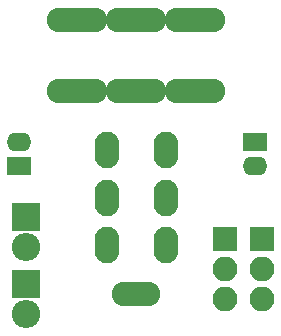
<source format=gbs>
G04 #@! TF.FileFunction,Soldermask,Bot*
%FSLAX46Y46*%
G04 Gerber Fmt 4.6, Leading zero omitted, Abs format (unit mm)*
G04 Created by KiCad (PCBNEW 4.0.7) date 05/01/18 07:07:43*
%MOMM*%
%LPD*%
G01*
G04 APERTURE LIST*
%ADD10C,0.100000*%
%ADD11O,2.398980X2.398980*%
%ADD12R,2.398980X2.398980*%
%ADD13R,2.100000X1.600000*%
%ADD14O,2.100000X1.600000*%
%ADD15R,2.100000X2.100000*%
%ADD16O,2.100000X2.100000*%
%ADD17O,5.100000X2.100000*%
%ADD18O,2.100000X3.100000*%
%ADD19O,4.100000X2.100000*%
G04 APERTURE END LIST*
D10*
D11*
X108200000Y-90640000D03*
D12*
X108200000Y-88100000D03*
D13*
X107600000Y-83800000D03*
D14*
X107600000Y-81800000D03*
D15*
X128200000Y-90000000D03*
D16*
X128200000Y-92540000D03*
X128200000Y-95080000D03*
D13*
X127600000Y-81800000D03*
D14*
X127600000Y-83800000D03*
D15*
X125000000Y-90000000D03*
D16*
X125000000Y-92540000D03*
X125000000Y-95080000D03*
D11*
X108200000Y-96340000D03*
D12*
X108200000Y-93800000D03*
D17*
X122500000Y-71500000D03*
X117500000Y-71500000D03*
X112500000Y-71500000D03*
X122500000Y-77500000D03*
X117500000Y-77500000D03*
X112500000Y-77500000D03*
D18*
X115000000Y-82500000D03*
X115000000Y-86500000D03*
X115000000Y-90500000D03*
X120000000Y-82500000D03*
X120000000Y-86500000D03*
X120000000Y-90500000D03*
D19*
X117500000Y-94700000D03*
M02*

</source>
